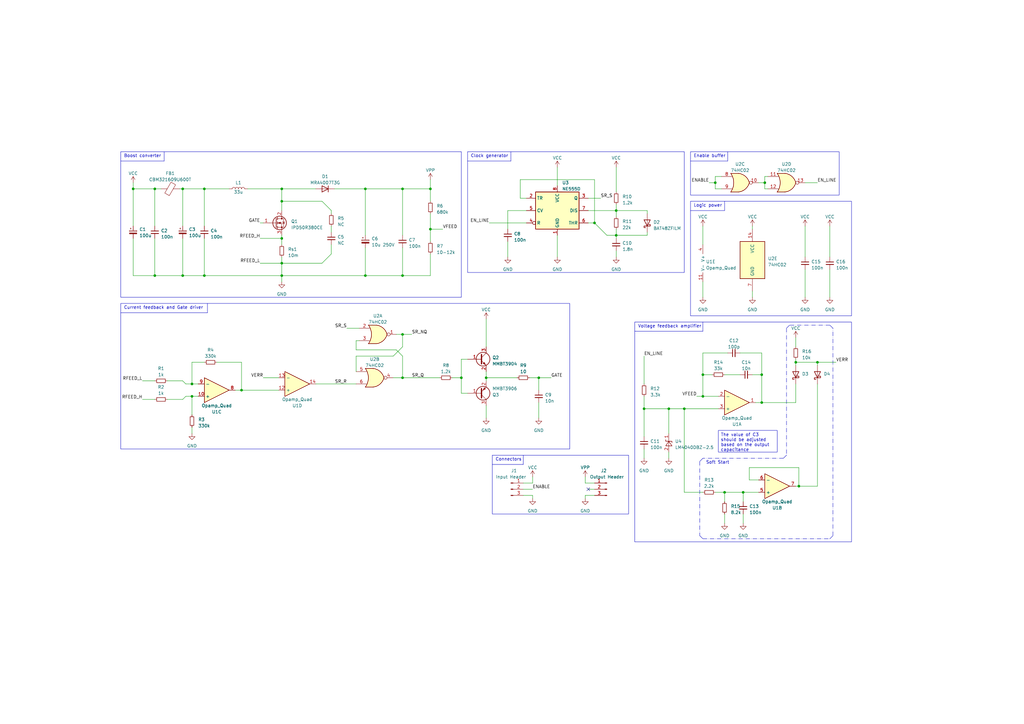
<source format=kicad_sch>
(kicad_sch (version 20230121) (generator eeschema)
  (paper "A3")
  (title_block (title "170V Boost converter and controller") (rev "V1") (company "Alessandro Mauri"))
  (lib_symbols
    (symbol "74xx:74HC02" (pin_names (offset 1.016))
      (property "Reference" "U" (at 0 1.27 0))
      (property "Value" "74HC02" (at 0 -1.27 0))
      (symbol "74HC02_1_1"
        (pin output inverted (at 7.62 0 180) (length 3.81) (name "~") (number "1"))
        (pin input line (at -7.62 2.54 0) (length 4.318) (name "~") (number "2"))
        (pin input line (at -7.62 -2.54 0) (length 4.318) (name "~") (number "3"))
      )
      (symbol "74HC02_1_2"
        (pin output line (at 7.62 0 180) (length 3.81) (name "~") (number "1"))
        (pin input inverted (at -7.62 2.54 0) (length 3.81) (name "~") (number "2"))
        (pin input inverted (at -7.62 -2.54 0) (length 3.81) (name "~") (number "3"))
      )
      (symbol "74HC02_2_1"
        (pin output inverted (at 7.62 0 180) (length 3.81) (name "~") (number "4"))
        (pin input line (at -7.62 2.54 0) (length 4.318) (name "~") (number "5"))
        (pin input line (at -7.62 -2.54 0) (length 4.318) (name "~") (number "6"))
      )
      (symbol "74HC02_2_2"
        (pin output line (at 7.62 0 180) (length 3.81) (name "~") (number "4"))
        (pin input inverted (at -7.62 2.54 0) (length 3.81) (name "~") (number "5"))
        (pin input inverted (at -7.62 -2.54 0) (length 3.81) (name "~") (number "6"))
      )
      (symbol "74HC02_3_1"
        (pin output inverted (at 7.62 0 180) (length 3.81) (name "~") (number "10"))
        (pin input line (at -7.62 2.54 0) (length 4.318) (name "~") (number "8"))
        (pin input line (at -7.62 -2.54 0) (length 4.318) (name "~") (number "9"))
      )
      (symbol "74HC02_3_2"
        (pin output line (at 7.62 0 180) (length 3.81) (name "~") (number "10"))
        (pin input inverted (at -7.62 2.54 0) (length 3.81) (name "~") (number "8"))
        (pin input inverted (at -7.62 -2.54 0) (length 3.81) (name "~") (number "9"))
      )
      (symbol "74HC02_4_1"
        (pin input line (at -7.62 2.54 0) (length 4.318) (name "~") (number "11"))
        (pin input line (at -7.62 -2.54 0) (length 4.318) (name "~") (number "12"))
        (pin output inverted (at 7.62 0 180) (length 3.81) (name "~") (number "13"))
      )
      (symbol "74HC02_4_2"
        (pin input inverted (at -7.62 2.54 0) (length 3.81) (name "~") (number "11"))
        (pin input inverted (at -7.62 -2.54 0) (length 3.81) (name "~") (number "12"))
        (pin output line (at 7.62 0 180) (length 3.81) (name "~") (number "13"))
      )
      (symbol "74HC02_5_0"
        (pin power_in line (at 0 12.7 270) (length 5.08) (name "VCC") (number "14"))
        (pin power_in line (at 0 -12.7 90) (length 5.08) (name "GND") (number "7"))
      )
    )
    (symbol "Connector:Conn_01x03_Pin" (pin_names (offset 1.016) hide)
      (property "Reference" "J" (at 0 5.08 0))
      (property "Value" "Conn_01x03_Pin" (at 0 -5.08 0))
      (symbol "Conn_01x03_Pin_1_1"
        (pin passive line (at 5.08 2.54 180) (length 3.81) (name "Pin_1") (number "1"))
        (pin passive line (at 5.08 0 180) (length 3.81) (name "Pin_2") (number "2"))
        (pin passive line (at 5.08 -2.54 180) (length 3.81) (name "Pin_3") (number "3"))
      )
    )
    (symbol "Device:C_Polarized_Small" (pin_numbers hide) (pin_names (offset 0.254) hide)
      (property "Reference" "C" (at 0.254 1.778 0))
      (property "Value" "C_Polarized_Small" (at 0.254 -2.032 0))
      (symbol "C_Polarized_Small_1_1"
        (pin passive line (at 0 2.54 270) (length 1.8542) (name "~") (number "1"))
        (pin passive line (at 0 -2.54 90) (length 1.8542) (name "~") (number "2"))
      )
    )
    (symbol "Device:C_Small" (pin_numbers hide) (pin_names (offset 0.254) hide)
      (property "Reference" "C" (at 0.254 1.778 0))
      (property "Value" "C_Small" (at 0.254 -2.032 0))
      (symbol "C_Small_1_1"
        (pin passive line (at 0 2.54 270) (length 2.032) (name "~") (number "1"))
        (pin passive line (at 0 -2.54 90) (length 2.032) (name "~") (number "2"))
      )
    )
    (symbol "Device:FerriteBead" (pin_numbers hide) (pin_names (offset 0))
      (property "Reference" "FB" (at -3.81 0.635 90))
      (property "Value" "FerriteBead" (at 3.81 0 90))
      (symbol "FerriteBead_1_1"
        (pin passive line (at 0 3.81 270) (length 2.54) (name "~") (number "1"))
        (pin passive line (at 0 -3.81 90) (length 2.54) (name "~") (number "2"))
      )
    )
    (symbol "Device:L" (pin_numbers hide) (pin_names (offset 1.016) hide)
      (property "Reference" "L" (at -1.27 0 90))
      (property "Value" "L" (at 1.905 0 90))
      (symbol "L_1_1"
        (pin passive line (at 0 3.81 270) (length 1.27) (name "1") (number "1"))
        (pin passive line (at 0 -3.81 90) (length 1.27) (name "2") (number "2"))
      )
    )
    (symbol "Device:Opamp_Quad"
      (property "Reference" "U" (at 0 5.08 0))
      (property "Value" "Opamp_Quad" (at 0 -5.08 0))
      (symbol "Opamp_Quad_1_1"
        (pin output line (at 7.62 0 180) (length 2.54) (name "~") (number "1"))
        (pin input line (at -7.62 -2.54 0) (length 2.54) (name "-") (number "2"))
        (pin input line (at -7.62 2.54 0) (length 2.54) (name "+") (number "3"))
      )
      (symbol "Opamp_Quad_2_1"
        (pin input line (at -7.62 2.54 0) (length 2.54) (name "+") (number "5"))
        (pin input line (at -7.62 -2.54 0) (length 2.54) (name "-") (number "6"))
        (pin output line (at 7.62 0 180) (length 2.54) (name "~") (number "7"))
      )
      (symbol "Opamp_Quad_3_1"
        (pin input line (at -7.62 2.54 0) (length 2.54) (name "+") (number "10"))
        (pin output line (at 7.62 0 180) (length 2.54) (name "~") (number "8"))
        (pin input line (at -7.62 -2.54 0) (length 2.54) (name "-") (number "9"))
      )
      (symbol "Opamp_Quad_4_1"
        (pin input line (at -7.62 2.54 0) (length 2.54) (name "+") (number "12"))
        (pin input line (at -7.62 -2.54 0) (length 2.54) (name "-") (number "13"))
        (pin output line (at 7.62 0 180) (length 2.54) (name "~") (number "14"))
      )
      (symbol "Opamp_Quad_5_1"
        (pin power_in line (at -2.54 -7.62 90) (length 3.81) (name "V-") (number "11"))
        (pin power_in line (at -2.54 7.62 270) (length 3.81) (name "V+") (number "4"))
      )
    )
    (symbol "Device:R_Small" (pin_numbers hide) (pin_names (offset 0.254) hide)
      (property "Reference" "R" (at 0.762 0.508 0))
      (property "Value" "R_Small" (at 0.762 -1.016 0))
      (symbol "R_Small_1_1"
        (pin passive line (at 0 2.54 270) (length 0.762) (name "~") (number "1"))
        (pin passive line (at 0 -2.54 90) (length 0.762) (name "~") (number "2"))
      )
    )
    (symbol "Diode:BAT48ZFILM" (pin_numbers hide) (pin_names (offset 1.016) hide)
      (property "Reference" "D" (at 0 2.54 0))
      (property "Value" "BAT48ZFILM" (at 0 -2.54 0))
      (symbol "BAT48ZFILM_1_1"
        (pin passive line (at -3.81 0 0) (length 2.54) (name "K") (number "1"))
        (pin passive line (at 3.81 0 180) (length 2.54) (name "A") (number "2"))
      )
    )
    (symbol "Diode:MRA4007T3G" (pin_numbers hide) (pin_names hide)
      (property "Reference" "D" (at 0 2.54 0))
      (property "Value" "MRA4007T3G" (at 0 -2.54 0))
      (symbol "MRA4007T3G_1_1"
        (pin passive line (at -3.81 0 0) (length 2.54) (name "K") (number "1"))
        (pin passive line (at 3.81 0 180) (length 2.54) (name "A") (number "2"))
      )
    )
    (symbol "Reference_Voltage:LM4040DBZ-2.5" (pin_names (offset 0.0254) hide)
      (property "Reference" "U" (at 0 2.54 0))
      (property "Value" "LM4040DBZ-2.5" (at 0 -3.175 0))
      (symbol "LM4040DBZ-2.5_1_1"
        (pin passive line (at 3.81 0 180) (length 2.54) (name "K") (number "1"))
        (pin passive line (at -3.81 0 0) (length 2.54) (name "A") (number "2"))
      )
    )
    (symbol "Timer:NE555D"
      (property "Reference" "U" (at -10.16 8.89 0))
      (property "Value" "NE555D" (at 2.54 8.89 0))
      (symbol "NE555D_0_0"
        (pin power_in line (at 0 -10.16 90) (length 2.54) (name "GND") (number "1"))
        (pin power_in line (at 0 10.16 270) (length 2.54) (name "VCC") (number "8"))
      )
      (symbol "NE555D_1_1"
        (pin input line (at -12.7 5.08 0) (length 3.81) (name "TR") (number "2"))
        (pin output line (at 12.7 5.08 180) (length 3.81) (name "Q") (number "3"))
        (pin input inverted (at -12.7 -5.08 0) (length 3.81) (name "R") (number "4"))
        (pin input line (at -12.7 0 0) (length 3.81) (name "CV") (number "5"))
        (pin input line (at 12.7 -5.08 180) (length 3.81) (name "THR") (number "6"))
        (pin input line (at 12.7 0 180) (length 3.81) (name "DIS") (number "7"))
      )
    )
    (symbol "Transistor_BJT:MMBT3904" (pin_names (offset 0) hide)
      (property "Reference" "Q" (at 5.08 1.905 0))
      (property "Value" "MMBT3904" (at 5.08 0 0))
      (symbol "MMBT3904_1_1"
        (pin input line (at -5.08 0 0) (length 5.715) (name "B") (number "1"))
        (pin passive line (at 2.54 -5.08 90) (length 2.54) (name "E") (number "2"))
        (pin passive line (at 2.54 5.08 270) (length 2.54) (name "C") (number "3"))
      )
    )
    (symbol "Transistor_BJT:MMBT3906" (pin_names (offset 0) hide)
      (property "Reference" "Q" (at 5.08 1.905 0))
      (property "Value" "MMBT3906" (at 5.08 0 0))
      (symbol "MMBT3906_1_1"
        (pin input line (at -5.08 0 0) (length 5.715) (name "B") (number "1"))
        (pin passive line (at 2.54 -5.08 90) (length 2.54) (name "E") (number "2"))
        (pin passive line (at 2.54 5.08 270) (length 2.54) (name "C") (number "3"))
      )
    )
    (symbol "Transistor_FET:IPD50R380CE" (pin_names hide)
      (property "Reference" "Q" (at 5.08 1.905 0))
      (property "Value" "IPD50R380CE" (at 5.08 0 0))
      (symbol "IPD50R380CE_1_1"
        (pin input line (at -5.08 0 0) (length 2.54) (name "G") (number "1"))
        (pin passive line (at 2.54 5.08 270) (length 2.54) (name "D") (number "2"))
        (pin passive line (at 2.54 -5.08 90) (length 2.54) (name "S") (number "3"))
      )
    )
    (symbol "power:GND" (power) (pin_names (offset 0))
      (property "Value" "GND" (at 0 -3.81 0))
      (symbol "GND_1_1"
        (pin power_in line (at 0 0 270) (length 0) hide (name "GND") (number "1"))
      )
    )
    (symbol "power:VCC" (power) (pin_names (offset 0))
      (property "Value" "VCC" (at 0 3.81 0))
      (symbol "VCC_1_1"
        (pin power_in line (at 0 0 90) (length 0) hide (name "VCC") (number "1"))
      )
    )
    (symbol "power:VPP" (power) (pin_names (offset 0))
      (property "Value" "VPP" (at 0 3.81 0))
      (symbol "VPP_1_1"
        (pin power_in line (at 0 0 90) (length 0) hide (name "VPP") (number "1"))
      )
    )
  )
  (junction (at 297.18 201.93))
  (junction (at 335.28 148.59))
  (junction (at 78.74 157.48))
  (junction (at 252.73 96.52))
  (junction (at 312.42 153.67))
  (junction (at 63.5 113.03))
  (junction (at 115.57 113.03))
  (junction (at 115.57 77.47))
  (junction (at 115.57 82.55))
  (junction (at 288.29 153.67))
  (junction (at 78.74 162.56))
  (junction (at 165.1 113.03))
  (junction (at 99.06 160.02))
  (junction (at 220.98 154.94))
  (junction (at 83.82 113.03))
  (junction (at 165.1 77.47))
  (junction (at 189.23 154.94))
  (junction (at 83.82 77.47))
  (junction (at 149.86 113.03))
  (junction (at 74.93 77.47))
  (junction (at 149.86 77.47))
  (junction (at 312.42 165.1))
  (junction (at 63.5 77.47))
  (junction (at 313.69 74.93))
  (junction (at 176.53 77.47))
  (junction (at 115.57 107.95))
  (junction (at 165.1 137.16))
  (junction (at 274.32 167.64))
  (junction (at 165.1 154.94))
  (junction (at 326.39 148.59))
  (junction (at 252.73 86.36))
  (junction (at 327.66 199.39))
  (junction (at 293.37 74.93))
  (junction (at 199.39 154.94))
  (junction (at 176.53 93.98))
  (junction (at 54.61 77.47))
  (junction (at 74.93 113.03))
  (junction (at 304.8 201.93))
  (junction (at 264.16 167.64))
  (junction (at 288.29 162.56))
  (junction (at 280.67 167.64))
  (junction (at 115.57 97.79))
  (junction (at 243.84 91.44))
  (no_connect (at 241.3 200.66))
  (wire (pts (xy 165.1 146.05) (xy 165.1 154.94)))
  (wire (pts (xy 68.58 156.21) (xy 74.93 156.21)))
  (wire (pts (xy 293.37 74.93) (xy 293.37 77.47)))
  (wire (pts (xy 54.61 77.47) (xy 54.61 92.71)))
  (wire (pts (xy 241.3 91.44) (xy 243.84 91.44)))
  (wire (pts (xy 274.32 167.64) (xy 274.32 177.8)))
  (polyline (pts (xy 287.02 219.71) (xy 288.29 220.98)) (stroke (width 0) (type dash_dot)))
  (wire (pts (xy 146.05 146.05) (xy 161.29 146.05)))
  (wire (pts (xy 107.95 154.94) (xy 114.3 154.94)))
  (wire (pts (xy 68.58 163.83) (xy 74.93 163.83)))
  (wire (pts (xy 326.39 147.32) (xy 326.39 148.59)))
  (wire (pts (xy 288.29 144.78) (xy 298.45 144.78)))
  (wire (pts (xy 115.57 105.41) (xy 115.57 107.95)))
  (polyline (pts (xy 340.36 220.98) (xy 341.63 219.71)) (stroke (width 0) (type dash_dot)))
  (wire (pts (xy 73.66 77.47) (xy 74.93 77.47)))
  (wire (pts (xy 161.29 154.94) (xy 165.1 154.94)))
  (wire (pts (xy 241.3 200.66) (xy 243.84 200.66)))
  (wire (pts (xy 311.15 74.93) (xy 313.69 74.93)))
  (polyline (pts (xy 323.85 133.35) (xy 322.58 134.62)) (stroke (width 0) (type dash_dot)))
  (wire (pts (xy 165.1 137.16) (xy 165.1 142.24)))
  (wire (pts (xy 88.9 148.59) (xy 99.06 148.59)))
  (polyline (pts (xy 322.58 134.62) (xy 322.58 186.69)) (stroke (width 0) (type dash_dot)))
  (polyline (pts (xy 341.63 219.71) (xy 341.63 134.62)) (stroke (width 0) (type dash_dot)))
  (polyline (pts (xy 49.53 66.04) (xy 67.31 66.04)))
  (polyline (pts (xy 49.53 128.27) (xy 85.09 128.27)))
  (wire (pts (xy 99.06 160.02) (xy 114.3 160.02)))
  (wire (pts (xy 162.56 137.16) (xy 165.1 137.16)))
  (wire (pts (xy 149.86 113.03) (xy 165.1 113.03)))
  (wire (pts (xy 240.03 203.2) (xy 243.84 203.2)))
  (wire (pts (xy 76.2 157.48) (xy 78.74 157.48)))
  (wire (pts (xy 63.5 77.47) (xy 66.04 77.47)))
  (wire (pts (xy 74.93 77.47) (xy 74.93 92.71)))
  (wire (pts (xy 78.74 162.56) (xy 78.74 170.18)))
  (wire (pts (xy 149.86 77.47) (xy 149.86 96.52)))
  (wire (pts (xy 312.42 153.67) (xy 312.42 165.1)))
  (wire (pts (xy 63.5 113.03) (xy 74.93 113.03)))
  (wire (pts (xy 83.82 77.47) (xy 83.82 92.71)))
  (wire (pts (xy 54.61 74.93) (xy 54.61 77.47)))
  (wire (pts (xy 54.61 97.79) (xy 54.61 113.03)))
  (wire (pts (xy 74.93 113.03) (xy 83.82 113.03)))
  (wire (pts (xy 176.53 93.98) (xy 181.61 93.98)))
  (wire (pts (xy 218.44 203.2) (xy 218.44 204.47)))
  (wire (pts (xy 74.93 77.47) (xy 83.82 77.47)))
  (wire (pts (xy 304.8 201.93) (xy 304.8 205.74)))
  (wire (pts (xy 252.73 96.52) (xy 265.43 96.52)))
  (wire (pts (xy 115.57 82.55) (xy 115.57 86.36)))
  (polyline (pts (xy 201.93 190.5) (xy 214.63 190.5)))
  (wire (pts (xy 340.36 110.49) (xy 340.36 121.92)))
  (wire (pts (xy 280.67 167.64) (xy 280.67 201.93)))
  (wire (pts (xy 83.82 113.03) (xy 115.57 113.03)))
  (wire (pts (xy 285.75 162.56) (xy 288.29 162.56)))
  (wire (pts (xy 149.86 101.6) (xy 149.86 113.03)))
  (wire (pts (xy 213.36 73.66) (xy 213.36 81.28)))
  (wire (pts (xy 106.68 91.44) (xy 107.95 91.44)))
  (wire (pts (xy 313.69 72.39) (xy 313.69 74.93)))
  (wire (pts (xy 135.89 104.14) (xy 132.08 107.95)))
  (wire (pts (xy 149.86 77.47) (xy 165.1 77.47)))
  (polyline (pts (xy 322.58 186.69) (xy 321.31 187.96)) (stroke (width 0) (type dash_dot)))
  (wire (pts (xy 264.16 167.64) (xy 264.16 179.07)))
  (wire (pts (xy 297.18 210.82) (xy 297.18 214.63)))
  (wire (pts (xy 176.53 93.98) (xy 176.53 99.06)))
  (wire (pts (xy 115.57 113.03) (xy 115.57 115.57)))
  (wire (pts (xy 74.93 163.83) (xy 76.2 162.56)))
  (polyline (pts (xy 298.45 62.23) (xy 298.45 66.04)))
  (wire (pts (xy 330.2 92.71) (xy 330.2 105.41)))
  (wire (pts (xy 241.3 86.36) (xy 252.73 86.36)))
  (wire (pts (xy 176.53 87.63) (xy 176.53 93.98)))
  (polyline (pts (xy 85.09 124.46) (xy 85.09 128.27)))
  (wire (pts (xy 135.89 86.36) (xy 132.08 82.55)))
  (wire (pts (xy 106.68 97.79) (xy 115.57 97.79)))
  (wire (pts (xy 176.53 77.47) (xy 176.53 82.55)))
  (wire (pts (xy 308.61 92.71) (xy 308.61 93.98)))
  (wire (pts (xy 96.52 160.02) (xy 99.06 160.02)))
  (wire (pts (xy 248.92 96.52) (xy 252.73 96.52)))
  (wire (pts (xy 280.67 167.64) (xy 294.64 167.64)))
  (wire (pts (xy 264.16 146.05) (xy 264.16 157.48)))
  (wire (pts (xy 115.57 77.47) (xy 129.54 77.47)))
  (wire (pts (xy 293.37 72.39) (xy 293.37 74.93)))
  (wire (pts (xy 288.29 115.57) (xy 288.29 121.92)))
  (wire (pts (xy 280.67 201.93) (xy 288.29 201.93)))
  (polyline (pts (xy 214.63 186.69) (xy 214.63 190.5)))
  (wire (pts (xy 135.89 100.33) (xy 135.89 104.14)))
  (wire (pts (xy 252.73 83.82) (xy 252.73 86.36)))
  (polyline (pts (xy 191.77 66.04) (xy 209.55 66.04)))
  (wire (pts (xy 58.42 156.21) (xy 63.5 156.21)))
  (wire (pts (xy 106.68 107.95) (xy 115.57 107.95)))
  (wire (pts (xy 74.93 97.79) (xy 74.93 113.03)))
  (wire (pts (xy 58.42 163.83) (xy 63.5 163.83)))
  (wire (pts (xy 115.57 107.95) (xy 132.08 107.95)))
  (wire (pts (xy 252.73 86.36) (xy 252.73 88.9)))
  (wire (pts (xy 199.39 152.4) (xy 199.39 154.94)))
  (polyline (pts (xy 67.31 62.23) (xy 67.31 66.04)))
  (wire (pts (xy 293.37 201.93) (xy 297.18 201.93)))
  (wire (pts (xy 189.23 147.32) (xy 191.77 147.32)))
  (wire (pts (xy 314.96 72.39) (xy 313.69 72.39)))
  (wire (pts (xy 312.42 144.78) (xy 312.42 153.67)))
  (wire (pts (xy 252.73 68.58) (xy 252.73 78.74)))
  (wire (pts (xy 243.84 91.44) (xy 248.92 96.52)))
  (polyline (pts (xy 341.63 134.62) (xy 340.36 133.35)) (stroke (width 0) (type dash_dot)))
  (wire (pts (xy 54.61 113.03) (xy 63.5 113.03)))
  (wire (pts (xy 228.6 68.58) (xy 228.6 76.2)))
  (wire (pts (xy 313.69 77.47) (xy 314.96 77.47)))
  (wire (pts (xy 265.43 86.36) (xy 265.43 87.63)))
  (wire (pts (xy 176.53 104.14) (xy 176.53 113.03)))
  (wire (pts (xy 326.39 138.43) (xy 326.39 142.24)))
  (wire (pts (xy 78.74 157.48) (xy 81.28 157.48)))
  (wire (pts (xy 218.44 195.58) (xy 218.44 198.12)))
  (wire (pts (xy 326.39 148.59) (xy 326.39 149.86)))
  (wire (pts (xy 78.74 175.26) (xy 78.74 177.8)))
  (wire (pts (xy 165.1 77.47) (xy 176.53 77.47)))
  (wire (pts (xy 307.34 191.77) (xy 307.34 196.85)))
  (wire (pts (xy 264.16 162.56) (xy 264.16 167.64)))
  (wire (pts (xy 54.61 77.47) (xy 63.5 77.47)))
  (wire (pts (xy 308.61 119.38) (xy 308.61 121.92)))
  (wire (pts (xy 288.29 153.67) (xy 292.1 153.67)))
  (wire (pts (xy 297.18 201.93) (xy 297.18 205.74)))
  (wire (pts (xy 330.2 74.93) (xy 335.28 74.93)))
  (wire (pts (xy 208.28 86.36) (xy 215.9 86.36)))
  (wire (pts (xy 199.39 154.94) (xy 212.09 154.94)))
  (wire (pts (xy 83.82 97.79) (xy 83.82 113.03)))
  (wire (pts (xy 185.42 154.94) (xy 189.23 154.94)))
  (wire (pts (xy 304.8 210.82) (xy 304.8 214.63)))
  (wire (pts (xy 165.1 77.47) (xy 165.1 96.52)))
  (wire (pts (xy 312.42 165.1) (xy 326.39 165.1)))
  (wire (pts (xy 240.03 203.2) (xy 240.03 204.47)))
  (wire (pts (xy 200.66 91.44) (xy 215.9 91.44)))
  (wire (pts (xy 326.39 148.59) (xy 335.28 148.59)))
  (wire (pts (xy 240.03 195.58) (xy 240.03 198.12)))
  (wire (pts (xy 252.73 102.87) (xy 252.73 105.41)))
  (wire (pts (xy 297.18 201.93) (xy 304.8 201.93)))
  (wire (pts (xy 115.57 96.52) (xy 115.57 97.79)))
  (wire (pts (xy 303.53 144.78) (xy 312.42 144.78)))
  (wire (pts (xy 228.6 96.52) (xy 228.6 105.41)))
  (wire (pts (xy 335.28 157.48) (xy 335.28 199.39)))
  (wire (pts (xy 101.6 77.47) (xy 115.57 77.47)))
  (wire (pts (xy 307.34 196.85) (xy 311.15 196.85)))
  (wire (pts (xy 199.39 130.81) (xy 199.39 142.24)))
  (wire (pts (xy 63.5 77.47) (xy 63.5 92.71)))
  (wire (pts (xy 146.05 146.05) (xy 146.05 152.4)))
  (wire (pts (xy 208.28 99.06) (xy 208.28 105.41)))
  (wire (pts (xy 308.61 153.67) (xy 312.42 153.67)))
  (wire (pts (xy 264.16 184.15) (xy 264.16 187.96)))
  (wire (pts (xy 135.89 86.36) (xy 135.89 87.63)))
  (polyline (pts (xy 287.02 189.23) (xy 287.02 219.71)) (stroke (width 0) (type dash_dot)))
  (wire (pts (xy 288.29 162.56) (xy 294.64 162.56)))
  (wire (pts (xy 165.1 113.03) (xy 176.53 113.03)))
  (wire (pts (xy 165.1 142.24) (xy 161.29 146.05)))
  (polyline (pts (xy 283.21 86.36) (xy 297.18 86.36)))
  (wire (pts (xy 327.66 191.77) (xy 327.66 199.39)))
  (wire (pts (xy 288.29 92.71) (xy 288.29 100.33)))
  (wire (pts (xy 115.57 97.79) (xy 115.57 100.33)))
  (wire (pts (xy 288.29 144.78) (xy 288.29 153.67)))
  (wire (pts (xy 115.57 113.03) (xy 149.86 113.03)))
  (wire (pts (xy 243.84 73.66) (xy 243.84 91.44)))
  (wire (pts (xy 252.73 86.36) (xy 265.43 86.36)))
  (wire (pts (xy 214.63 200.66) (xy 218.44 200.66)))
  (wire (pts (xy 146.05 139.7) (xy 146.05 143.51)))
  (polyline (pts (xy 288.29 187.96) (xy 287.02 189.23)) (stroke (width 0) (type dash_dot)))
  (wire (pts (xy 78.74 148.59) (xy 83.82 148.59)))
  (wire (pts (xy 274.32 185.42) (xy 274.32 187.96)))
  (wire (pts (xy 252.73 96.52) (xy 252.73 97.79)))
  (wire (pts (xy 199.39 154.94) (xy 199.39 156.21)))
  (wire (pts (xy 335.28 148.59) (xy 342.9 148.59)))
  (wire (pts (xy 214.63 198.12) (xy 218.44 198.12)))
  (wire (pts (xy 189.23 161.29) (xy 191.77 161.29)))
  (wire (pts (xy 165.1 137.16) (xy 168.91 137.16)))
  (wire (pts (xy 115.57 82.55) (xy 132.08 82.55)))
  (wire (pts (xy 199.39 166.37) (xy 199.39 171.45)))
  (wire (pts (xy 76.2 162.56) (xy 78.74 162.56)))
  (wire (pts (xy 220.98 165.1) (xy 220.98 171.45)))
  (wire (pts (xy 115.57 77.47) (xy 115.57 82.55)))
  (wire (pts (xy 142.24 134.62) (xy 147.32 134.62)))
  (wire (pts (xy 290.83 74.93) (xy 293.37 74.93)))
  (polyline (pts (xy 260.35 135.89) (xy 288.29 135.89)))
  (wire (pts (xy 208.28 86.36) (xy 208.28 93.98)))
  (wire (pts (xy 335.28 148.59) (xy 335.28 149.86)))
  (polyline (pts (xy 288.29 220.98) (xy 340.36 220.98)) (stroke (width 0) (type dash_dot)))
  (wire (pts (xy 264.16 167.64) (xy 274.32 167.64)))
  (wire (pts (xy 218.44 203.2) (xy 214.63 203.2)))
  (wire (pts (xy 137.16 77.47) (xy 149.86 77.47)))
  (wire (pts (xy 78.74 162.56) (xy 81.28 162.56)))
  (polyline (pts (xy 297.18 82.55) (xy 297.18 86.36)))
  (wire (pts (xy 217.17 154.94) (xy 220.98 154.94)))
  (polyline (pts (xy 321.31 187.96) (xy 288.29 187.96)) (stroke (width 0) (type dash_dot)))
  (wire (pts (xy 297.18 153.67) (xy 303.53 153.67)))
  (wire (pts (xy 293.37 77.47) (xy 295.91 77.47)))
  (wire (pts (xy 135.89 92.71) (xy 135.89 95.25)))
  (wire (pts (xy 189.23 147.32) (xy 189.23 154.94)))
  (wire (pts (xy 189.23 154.94) (xy 189.23 161.29)))
  (wire (pts (xy 252.73 93.98) (xy 252.73 96.52)))
  (polyline (pts (xy 340.36 133.35) (xy 323.85 133.35)) (stroke (width 0) (type dash_dot)))
  (wire (pts (xy 220.98 154.94) (xy 226.06 154.94)))
  (wire (pts (xy 327.66 199.39) (xy 335.28 199.39)))
  (wire (pts (xy 274.32 167.64) (xy 280.67 167.64)))
  (wire (pts (xy 307.34 191.77) (xy 327.66 191.77)))
  (polyline (pts (xy 209.55 62.23) (xy 209.55 66.04)))
  (wire (pts (xy 176.53 73.66) (xy 176.53 77.47)))
  (wire (pts (xy 220.98 154.94) (xy 220.98 160.02)))
  (polyline (pts (xy 288.29 132.08) (xy 288.29 135.89)))
  (wire (pts (xy 304.8 201.93) (xy 311.15 201.93)))
  (wire (pts (xy 74.93 156.21) (xy 76.2 157.48)))
  (wire (pts (xy 213.36 73.66) (xy 243.84 73.66)))
  (wire (pts (xy 146.05 139.7) (xy 147.32 139.7)))
  (wire (pts (xy 78.74 148.59) (xy 78.74 157.48)))
  (wire (pts (xy 326.39 157.48) (xy 326.39 165.1)))
  (polyline (pts (xy 283.21 66.04) (xy 298.45 66.04)))
  (wire (pts (xy 146.05 143.51) (xy 162.56 143.51)))
  (wire (pts (xy 326.39 199.39) (xy 327.66 199.39)))
  (wire (pts (xy 115.57 107.95) (xy 115.57 113.03)))
  (wire (pts (xy 241.3 81.28) (xy 246.38 81.28)))
  (wire (pts (xy 288.29 153.67) (xy 288.29 162.56)))
  (wire (pts (xy 99.06 148.59) (xy 99.06 160.02)))
  (wire (pts (xy 165.1 154.94) (xy 180.34 154.94)))
  (wire (pts (xy 129.54 157.48) (xy 146.05 157.48)))
  (wire (pts (xy 309.88 165.1) (xy 312.42 165.1)))
  (wire (pts (xy 340.36 92.71) (xy 340.36 105.41)))
  (wire (pts (xy 295.91 72.39) (xy 293.37 72.39)))
  (wire (pts (xy 265.43 95.25) (xy 265.43 96.52)))
  (wire (pts (xy 313.69 74.93) (xy 313.69 77.47)))
  (wire (pts (xy 165.1 101.6) (xy 165.1 113.03)))
  (wire (pts (xy 240.03 198.12) (xy 243.84 198.12)))
  (wire (pts (xy 213.36 81.28) (xy 215.9 81.28)))
  (wire (pts (xy 162.56 143.51) (xy 165.1 146.05)))
  (wire (pts (xy 63.5 97.79) (xy 63.5 113.03)))
  (wire (pts (xy 330.2 110.49) (xy 330.2 121.92)))
  (wire (pts (xy 83.82 77.47) (xy 93.98 77.47)))
  (rectangle (start 201.93 186.69) (end 257.81 210.82))
  (rectangle (start 283.21 82.55) (end 349.25 129.54))
  (rectangle (start 283.21 62.23) (end 344.17 80.01))
  (rectangle (start 260.35 132.08) (end 349.25 222.25))
  (rectangle (start 191.77 62.23) (end 280.67 111.76))
  (rectangle (start 49.53 124.46) (end 233.68 184.15))
  (rectangle (start 49.53 62.23) (end 189.23 121.92))
  (text_box "The value of C3 should be adjusted based on the output capacitance\n" (at 294.64 176.53 0) (size 24.13 8.89) (effects (font (size 1.27 1.27)) (justify left top)))
  (text "Voltage feedback amplifier" (at 261.62 134.62 0) (effects (font (size 1.27 1.27)) (justify left bottom)))
  (text "Logic power\n" (at 284.48 85.09 0) (effects (font (size 1.27 1.27)) (justify left bottom)))
  (text "Connectors\n" (at 203.2 189.23 0) (effects (font (size 1.27 1.27)) (justify left bottom)))
  (text "Boost converter" (at 50.8 64.77 0) (effects (font (size 1.27 1.27)) (justify left bottom)))
  (text "Current feedback and Gate driver\n" (at 50.8 127 0) (effects (font (size 1.27 1.27)) (justify left bottom)))
  (text "Clock generator" (at 193.04 64.77 0) (effects (font (size 1.27 1.27)) (justify left bottom)))
  (text "Soft Start" (at 289.56 190.5 0) (effects (font (size 1.27 1.27)) (justify left bottom)))
  (text "Enable buffer" (at 284.48 64.77 0) (effects (font (size 1.27 1.27)) (justify left bottom)))
  (label "VERR" (at 107.95 154.94 180))
  (label "SR_S" (at 246.38 81.28 0))
  (label "RFEED_H" (at 106.68 97.79 180))
  (label "RFEED_L" (at 58.42 156.21 180))
  (label "VFEED" (at 285.75 162.56 180))
  (label "ENABLE" (at 290.83 74.93 180))
  (label "SR_R" (at 142.24 157.48 180))
  (label "ENABLE" (at 218.44 200.66 0))
  (label "VERR" (at 342.9 148.59 0))
  (label "RFEED_H" (at 58.42 163.83 180))
  (label "EN_LINE" (at 264.16 146.05 0))
  (label "EN_LINE" (at 335.28 74.93 0))
  (label "GATE" (at 106.68 91.44 180))
  (label "SR_NQ" (at 168.91 137.16 0))
  (label "RFEED_L" (at 106.68 107.95 180))
  (label "SR_Q" (at 168.91 154.94 0))
  (label "SR_S" (at 142.24 134.62 180))
  (label "GATE" (at 226.06 154.94 0))
  (label "EN_LINE" (at 200.66 91.44 180))
  (label "VFEED" (at 181.61 93.98 0))
  (symbol (lib_id "power:GND") (at 340.36 121.92 0) (unit 1)
    (property "Reference" "#PWR029" (effects hide))
    (property "Value" "GND" (at 340.36 127 0))
  )
  (symbol (lib_id "Device:C_Small") (at 83.82 95.25 0) (unit 1)
    (property "Reference" "C4" (at 86.36 94.6213 0) (effects (justify left)))
    (property "Value" "100n" (at 86.36 97.1613 0) (effects (justify left)))
    (property "Footprint" "Capacitor_SMD:C_0805_2012Metric_Pad1.18x1.45mm_HandSolder" (effects hide))
  )
  (symbol (lib_id "Device:C_Polarized_Small") (at 54.61 95.25 0) (unit 1)
    (property "Reference" "C1" (at 57.15 94.0689 0) (effects (justify left)))
    (property "Value" "100u" (at 57.15 96.6089 0) (effects (justify left)))
    (property "Footprint" "Capacitor_SMD:CP_Elec_6.3x7.7" (effects hide))
  )
  (symbol (lib_id "power:VCC") (at 218.44 195.58 0) (unit 1)
    (property "Reference" "#PWR08" (effects hide))
    (property "Value" "VCC" (at 218.44 191.77 0))
  )
  (symbol (lib_id "power:GND") (at 304.8 214.63 0) (unit 1)
    (property "Reference" "#PWR022" (effects hide))
    (property "Value" "GND" (at 304.8 219.71 0))
  )
  (symbol (lib_id "power:GND") (at 240.03 204.47 0) (unit 1)
    (property "Reference" "#PWR014" (effects hide))
    (property "Value" "GND" (at 240.03 209.55 0))
  )
  (symbol (lib_id "74xx:74HC02") (at 303.53 74.93 0) (unit 3)
    (property "Reference" "U2" (at 303.53 67.31 0))
    (property "Value" "74HC02" (at 303.53 69.85 0))
    (property "Footprint" "Package_SO:SOIC-14_3.9x8.7mm_P1.27mm" (effects hide))
    (property "Datasheet" "http://www.ti.com/lit/gpn/sn74hc02" (effects hide))
  )
  (symbol (lib_id "Device:Opamp_Quad") (at 302.26 165.1 0) (mirror x) (unit 1)
    (property "Reference" "U1" (at 302.26 173.99 0))
    (property "Value" "Opamp_Quad" (at 302.26 171.45 0))
    (property "Footprint" "Package_SO:SOIC-14_3.9x8.7mm_P1.27mm" (effects hide))
  )
  (symbol (lib_id "Device:R_Small") (at 66.04 156.21 90) (mirror x) (unit 1)
    (property "Reference" "R1" (at 66.04 151.13 90))
    (property "Value" "1k" (at 66.04 153.67 90))
    (property "Footprint" "Resistor_SMD:R_0805_2012Metric_Pad1.20x1.40mm_HandSolder" (effects hide))
  )
  (symbol (lib_id "Device:L") (at 97.79 77.47 90) (unit 1)
    (property "Reference" "L1" (at 97.79 74.93 90))
    (property "Value" "33u" (at 97.79 78.74 90))
    (property "Footprint" "Inductor_SMD:L_12x12mm_H6mm" (effects hide))
  )
  (symbol (lib_id "Device:R_Small") (at 264.16 160.02 0) (unit 1)
    (property "Reference" "R12" (at 266.7 159.385 0) (effects (justify left)))
    (property "Value" "3.3k" (at 266.7 161.925 0) (effects (justify left)))
    (property "Footprint" "Resistor_SMD:R_0805_2012Metric_Pad1.20x1.40mm_HandSolder" (effects hide))
  )
  (symbol (lib_id "Device:R_Small") (at 176.53 85.09 0) (unit 1)
    (property "Reference" "R6" (at 179.07 84.455 0) (effects (justify left)))
    (property "Value" "680k" (at 179.07 86.995 0) (effects (justify left)))
    (property "Footprint" "Resistor_SMD:R_0805_2012Metric_Pad1.20x1.40mm_HandSolder" (effects hide))
  )
  (symbol (lib_id "Transistor_FET:IPD50R380CE") (at 113.03 91.44 0) (unit 1)
    (property "Reference" "Q1" (at 119.38 90.805 0) (effects (justify left)))
    (property "Value" "IPD50R380CE" (at 119.38 93.345 0) (effects (justify left)))
    (property "Footprint" "Package_TO_SOT_SMD:TO-252-2" (effects hide))
    (property "Datasheet" "https://www.infineon.com/dgdl/Infineon-IPD50R380CE-DS-v02_01-en.pdf?fileId=db3a30433ecb86d4013ed0a2ef580f38" (effects hide))
  )
  (symbol (lib_id "Transistor_BJT:MMBT3906") (at 196.85 161.29 0) (mirror x) (unit 1)
    (property "Reference" "Q3" (at 201.93 161.925 0) (effects (justify left)))
    (property "Value" "MMBT3906" (at 201.93 159.385 0) (effects (justify left)))
    (property "Footprint" "Package_TO_SOT_SMD:SOT-23" (effects hide))
    (property "Datasheet" "https://www.onsemi.com/pub/Collateral/2N3906-D.PDF" (effects hide))
  )
  (symbol (lib_id "Device:FerriteBead") (at 69.85 77.47 90) (unit 1)
    (property "Reference" "FB1" (at 69.7992 71.12 90))
    (property "Value" "CBM321609U600T" (at 69.7992 73.66 90))
    (property "Footprint" "Resistor_SMD:R_1206_3216Metric_Pad1.30x1.75mm_HandSolder" (effects hide))
  )
  (symbol (lib_id "Diode:BAT48ZFILM") (at 265.43 91.44 90) (unit 1)
    (property "Reference" "D2" (at 267.97 91.1225 90) (effects (justify right)))
    (property "Value" "BAT48ZFILM" (at 267.97 93.6625 90) (effects (justify right)))
    (property "Footprint" "Diode_SMD:D_SOD-123" (effects hide))
    (property "Datasheet" "www.st.com/resource/en/datasheet/bat48.pdf" (effects hide))
  )
  (symbol (lib_id "Device:R_Small") (at 115.57 102.87 0) (unit 1)
    (property "Reference" "Rs1" (at 118.11 102.235 0) (effects (justify left)))
    (property "Value" "10m" (at 118.11 104.775 0) (effects (justify left)))
    (property "Footprint" "Resistor_SMD:R_0805_2012Metric_Pad1.20x1.40mm_HandSolder" (effects hide))
  )
  (symbol (lib_id "Connector:Conn_01x03_Pin") (at 209.55 200.66 0) (unit 1)
    (property "Reference" "J1" (at 210.82 193.04 0))
    (property "Value" "Input Header" (at 209.55 195.58 0))
    (property "Footprint" "Connector_PinHeader_2.54mm:PinHeader_1x03_P2.54mm_Vertical" (effects hide))
  )
  (symbol (lib_id "Device:C_Small") (at 135.89 97.79 0) (unit 1)
    (property "Reference" "C5" (at 138.43 97.1613 0) (effects (justify left)))
    (property "Value" "NC" (at 138.43 99.7013 0) (effects (justify left)))
    (property "Footprint" "Capacitor_SMD:C_0805_2012Metric_Pad1.18x1.45mm_HandSolder" (effects hide))
  )
  (symbol (lib_id "power:GND") (at 264.16 187.96 0) (unit 1)
    (property "Reference" "#PWR017" (effects hide))
    (property "Value" "GND" (at 264.16 193.04 0))
  )
  (symbol (lib_id "power:VCC") (at 308.61 92.71 0) (unit 1)
    (property "Reference" "#PWR023" (effects hide))
    (property "Value" "VCC" (at 308.61 88.9 0))
  )
  (symbol (lib_id "Device:C_Small") (at 63.5 95.25 0) (unit 1)
    (property "Reference" "C2" (at 66.04 94.6213 0) (effects (justify left)))
    (property "Value" "100n" (at 66.04 97.1613 0) (effects (justify left)))
    (property "Footprint" "Capacitor_SMD:C_0805_2012Metric_Pad1.18x1.45mm_HandSolder" (effects hide))
  )
  (symbol (lib_id "power:VCC") (at 199.39 130.81 0) (unit 1)
    (property "Reference" "#PWR05" (effects hide))
    (property "Value" "VCC" (at 199.39 127 0))
  )
  (symbol (lib_id "power:GND") (at 218.44 204.47 0) (mirror y) (unit 1)
    (property "Reference" "#PWR09" (effects hide))
    (property "Value" "GND" (at 218.44 209.55 0))
  )
  (symbol (lib_id "power:VPP") (at 240.03 195.58 0) (unit 1)
    (property "Reference" "#PWR013" (effects hide))
    (property "Value" "VPP" (at 240.03 191.77 0))
  )
  (symbol (lib_id "power:GND") (at 115.57 115.57 0) (unit 1)
    (property "Reference" "#PWR03" (effects hide))
    (property "Value" "GND" (at 115.57 120.65 0))
  )
  (symbol (lib_id "Device:R_Small") (at 297.18 208.28 180) (unit 1)
    (property "Reference" "R15" (at 299.72 207.645 0) (effects (justify right)))
    (property "Value" "8.2k" (at 299.72 210.185 0) (effects (justify right)))
    (property "Footprint" "Resistor_SMD:R_0805_2012Metric_Pad1.20x1.40mm_HandSolder" (effects hide))
  )
  (symbol (lib_id "Device:R_Small") (at 182.88 154.94 90) (unit 1)
    (property "Reference" "R8" (at 182.88 149.86 90))
    (property "Value" "1.2k" (at 182.88 152.4 90))
    (property "Footprint" "Resistor_SMD:R_0805_2012Metric_Pad1.20x1.40mm_HandSolder" (effects hide))
  )
  (symbol (lib_id "Device:C_Polarized_Small") (at 149.86 99.06 0) (unit 1)
    (property "Reference" "C6" (at 152.4 97.8789 0) (effects (justify left)))
    (property "Value" "10u 250V" (at 152.4 100.4189 0) (effects (justify left)))
    (property "Footprint" "Capacitor_THT:CP_Radial_D8.0mm_P3.50mm" (effects hide))
  )
  (symbol (lib_id "Timer:NE555D") (at 228.6 86.36 0) (unit 1)
    (property "Reference" "U3" (at 230.5559 74.93 0) (effects (justify left)))
    (property "Value" "NE555D" (at 230.5559 77.47 0) (effects (justify left)))
    (property "Footprint" "Package_SO:SOIC-8_3.9x4.9mm_P1.27mm" (effects hide))
    (property "Datasheet" "http://www.ti.com/lit/ds/symlink/ne555.pdf" (effects hide))
  )
  (symbol (lib_id "Device:C_Small") (at 330.2 107.95 0) (unit 1)
    (property "Reference" "C15" (at 332.74 107.3213 0) (effects (justify left)))
    (property "Value" "100n" (at 332.74 109.8613 0) (effects (justify left)))
    (property "Footprint" "Capacitor_SMD:C_0805_2012Metric_Pad1.18x1.45mm_HandSolder" (effects hide))
  )
  (symbol (lib_id "power:GND") (at 297.18 214.63 0) (unit 1)
    (property "Reference" "#PWR021" (effects hide))
    (property "Value" "GND" (at 297.18 219.71 0))
  )
  (symbol (lib_id "Device:R_Small") (at 66.04 163.83 90) (unit 1)
    (property "Reference" "R2" (at 66.04 158.75 90))
    (property "Value" "1k" (at 66.04 161.29 90))
    (property "Footprint" "Resistor_SMD:R_0805_2012Metric_Pad1.20x1.40mm_HandSolder" (effects hide))
  )
  (symbol (lib_id "Device:R_Small") (at 252.73 81.28 0) (unit 1)
    (property "Reference" "R10" (at 255.27 80.645 0) (effects (justify left)))
    (property "Value" "1.2k" (at 255.27 83.185 0) (effects (justify left)))
    (property "Footprint" "Resistor_SMD:R_0805_2012Metric_Pad1.20x1.40mm_HandSolder" (effects hide))
  )
  (symbol (lib_id "Device:R_Small") (at 326.39 144.78 0) (unit 1)
    (property "Reference" "R16" (at 328.93 144.145 0) (effects (justify left)))
    (property "Value" "10k" (at 328.93 146.685 0) (effects (justify left)))
    (property "Footprint" "Resistor_SMD:R_0805_2012Metric_Pad1.20x1.40mm_HandSolder" (effects hide))
  )
  (symbol (lib_id "Device:C_Small") (at 304.8 208.28 0) (unit 1)
    (property "Reference" "C13" (at 307.34 207.6513 0) (effects (justify left)))
    (property "Value" "100n" (at 307.34 210.1913 0) (effects (justify left)))
    (property "Footprint" "Capacitor_SMD:C_0805_2012Metric_Pad1.18x1.45mm_HandSolder" (effects hide))
  )
  (symbol (lib_id "power:VPP") (at 176.53 73.66 0) (unit 1)
    (property "Reference" "#PWR04" (effects hide))
    (property "Value" "VPP" (at 176.53 69.85 0))
  )
  (symbol (lib_id "Diode:BAT48ZFILM") (at 326.39 153.67 90) (unit 1)
    (property "Reference" "D3" (at 328.93 153.3525 90) (effects (justify right)))
    (property "Value" "BAT48ZFILM" (effects hide))
    (property "Footprint" "Diode_SMD:D_SOD-123" (effects hide))
    (property "Datasheet" "www.st.com/resource/en/datasheet/bat48.pdf" (effects hide))
  )
  (symbol (lib_id "power:GND") (at 220.98 171.45 0) (unit 1)
    (property "Reference" "#PWR010" (effects hide))
    (property "Value" "GND" (at 220.98 176.53 0))
  )
  (symbol (lib_id "74xx:74HC02") (at 153.67 154.94 0) (unit 2)
    (property "Reference" "U2" (at 153.67 147.32 0))
    (property "Value" "74HC02" (at 153.67 149.86 0))
    (property "Footprint" "Package_SO:SOIC-14_3.9x8.7mm_P1.27mm" (effects hide))
    (property "Datasheet" "http://www.ti.com/lit/gpn/sn74hc02" (effects hide))
  )
  (symbol (lib_id "Device:C_Small") (at 220.98 162.56 0) (unit 1)
    (property "Reference" "C9" (at 223.52 161.9313 0) (effects (justify left)))
    (property "Value" "10n" (at 223.52 164.4713 0) (effects (justify left)))
    (property "Footprint" "Capacitor_SMD:C_0805_2012Metric_Pad1.18x1.45mm_HandSolder" (effects hide))
  )
  (symbol (lib_id "power:GND") (at 288.29 121.92 0) (unit 1)
    (property "Reference" "#PWR020" (effects hide))
    (property "Value" "GND" (at 288.29 127 0))
  )
  (symbol (lib_id "Device:C_Polarized_Small") (at 74.93 95.25 0) (unit 1)
    (property "Reference" "C3" (at 77.47 94.0689 0) (effects (justify left)))
    (property "Value" "100u" (at 77.47 96.6089 0) (effects (justify left)))
    (property "Footprint" "Capacitor_SMD:CP_Elec_6.3x7.7" (effects hide))
  )
  (symbol (lib_id "power:GND") (at 199.39 171.45 0) (unit 1)
    (property "Reference" "#PWR06" (effects hide))
    (property "Value" "GND" (at 199.39 176.53 0))
  )
  (symbol (lib_id "Diode:BAT48ZFILM") (at 335.28 153.67 90) (unit 1)
    (property "Reference" "D4" (at 337.82 153.3525 90) (effects (justify right)))
    (property "Value" "BAT48ZFILM" (effects hide))
    (property "Footprint" "Diode_SMD:D_SOD-123" (effects hide))
    (property "Datasheet" "www.st.com/resource/en/datasheet/bat48.pdf" (effects hide))
  )
  (symbol (lib_id "Device:C_Small") (at 264.16 181.61 0) (unit 1)
    (property "Reference" "C11" (at 266.7 180.9813 0) (effects (justify left)))
    (property "Value" "100n" (at 266.7 183.5213 0) (effects (justify left)))
    (property "Footprint" "Capacitor_SMD:C_0805_2012Metric_Pad1.18x1.45mm_HandSolder" (effects hide))
  )
  (symbol (lib_id "Device:C_Small") (at 252.73 100.33 0) (unit 1)
    (property "Reference" "C10" (at 255.27 99.7013 0) (effects (justify left)))
    (property "Value" "1.8n" (at 255.27 102.2413 0) (effects (justify left)))
    (property "Footprint" "Capacitor_SMD:C_0805_2012Metric_Pad1.18x1.45mm_HandSolder" (effects hide))
  )
  (symbol (lib_id "Device:R_Small") (at 290.83 201.93 90) (unit 1)
    (property "Reference" "R13" (at 290.83 196.85 90))
    (property "Value" "2.2k" (at 290.83 199.39 90))
    (property "Footprint" "Resistor_SMD:R_0805_2012Metric_Pad1.20x1.40mm_HandSolder" (effects hide))
  )
  (symbol (lib_id "power:VCC") (at 330.2 92.71 0) (unit 1)
    (property "Reference" "#PWR026" (effects hide))
    (property "Value" "VCC" (at 330.2 88.9 0))
  )
  (symbol (lib_id "power:GND") (at 228.6 105.41 0) (unit 1)
    (property "Reference" "#PWR012" (effects hide))
    (property "Value" "GND" (at 228.6 110.49 0))
  )
  (symbol (lib_id "power:GND") (at 208.28 105.41 0) (unit 1)
    (property "Reference" "#PWR07" (effects hide))
    (property "Value" "GND" (at 208.28 110.49 0))
  )
  (symbol (lib_id "power:VCC") (at 252.73 68.58 0) (unit 1)
    (property "Reference" "#PWR015" (effects hide))
    (property "Value" "VCC" (at 252.73 64.77 0))
  )
  (symbol (lib_id "Device:C_Small") (at 165.1 99.06 0) (unit 1)
    (property "Reference" "C7" (at 167.64 98.4313 0) (effects (justify left)))
    (property "Value" "100n" (at 167.64 100.9713 0) (effects (justify left)))
    (property "Footprint" "Capacitor_SMD:C_1206_3216Metric_Pad1.33x1.80mm_HandSolder" (effects hide))
  )
  (symbol (lib_id "74xx:74HC02") (at 308.61 106.68 0) (unit 5)
    (property "Reference" "U2" (at 314.96 106.045 0) (effects (justify left)))
    (property "Value" "74HC02" (at 314.96 108.585 0) (effects (justify left)))
    (property "Footprint" "Package_SO:SOIC-14_3.9x8.7mm_P1.27mm" (effects hide))
    (property "Datasheet" "http://www.ti.com/lit/gpn/sn74hc02" (effects hide))
  )
  (symbol (lib_id "Device:Opamp_Quad") (at 88.9 160.02 0) (mirror x) (unit 3)
    (property "Reference" "U1" (at 88.9 168.91 0))
    (property "Value" "Opamp_Quad" (at 88.9 166.37 0))
    (property "Footprint" "Package_SO:SOIC-14_3.9x8.7mm_P1.27mm" (effects hide))
  )
  (symbol (lib_id "Device:R_Small") (at 78.74 172.72 180) (unit 1)
    (property "Reference" "R3" (at 81.28 172.085 0) (effects (justify right)))
    (property "Value" "330k" (at 81.28 174.625 0) (effects (justify right)))
    (property "Footprint" "Resistor_SMD:R_0805_2012Metric_Pad1.20x1.40mm_HandSolder" (effects hide))
  )
  (symbol (lib_id "Connector:Conn_01x03_Pin") (at 248.92 200.66 0) (mirror y) (unit 1)
    (property "Reference" "J2" (at 247.65 193.04 0))
    (property "Value" "Output Header" (at 248.92 195.58 0))
    (property "Footprint" "Connector_PinHeader_2.54mm:PinHeader_1x03_P2.54mm_Vertical" (effects hide))
  )
  (symbol (lib_id "Device:R_Small") (at 252.73 91.44 0) (unit 1)
    (property "Reference" "R11" (at 255.27 90.805 0) (effects (justify left)))
    (property "Value" "22k" (at 255.27 93.345 0) (effects (justify left)))
    (property "Footprint" "Resistor_SMD:R_0805_2012Metric_Pad1.20x1.40mm_HandSolder" (effects hide))
  )
  (symbol (lib_id "Device:R_Small") (at 294.64 153.67 90) (unit 1)
    (property "Reference" "R14" (at 294.64 148.59 90))
    (property "Value" "33k" (at 294.64 151.13 90))
    (property "Footprint" "Resistor_SMD:R_0805_2012Metric_Pad1.20x1.40mm_HandSolder" (effects hide))
  )
  (symbol (lib_id "Transistor_BJT:MMBT3904") (at 196.85 147.32 0) (unit 1)
    (property "Reference" "Q2" (at 201.93 146.685 0) (effects (justify left)))
    (property "Value" "MMBT3904" (at 201.93 149.225 0) (effects (justify left)))
    (property "Footprint" "Package_TO_SOT_SMD:SOT-23" (effects hide))
    (property "Datasheet" "https://www.onsemi.com/pub/Collateral/2N3903-D.PDF" (effects hide))
  )
  (symbol (lib_id "74xx:74HC02") (at 322.58 74.93 0) (unit 4)
    (property "Reference" "U2" (at 322.58 67.31 0))
    (property "Value" "74HC02" (at 322.58 69.85 0))
    (property "Footprint" "Package_SO:SOIC-14_3.9x8.7mm_P1.27mm" (effects hide))
    (property "Datasheet" "http://www.ti.com/lit/gpn/sn74hc02" (effects hide))
  )
  (symbol (lib_id "Device:C_Small") (at 208.28 96.52 0) (unit 1)
    (property "Reference" "C8" (at 210.82 95.8913 0) (effects (justify left)))
    (property "Value" "100n" (at 210.82 98.4313 0) (effects (justify left)))
    (property "Footprint" "Capacitor_SMD:C_0805_2012Metric_Pad1.18x1.45mm_HandSolder" (effects hide))
  )
  (symbol (lib_id "Diode:MRA4007T3G") (at 133.35 77.47 180) (unit 1)
    (property "Reference" "D1" (at 133.35 72.39 0))
    (property "Value" "MRA4007T3G" (at 133.35 74.93 0))
    (property "Footprint" "Diode_THT:D_DO-41_SOD81_P7.62mm_Horizontal" (effects hide))
    (property "Datasheet" "http://www.onsemi.com/pub_link/Collateral/MRA4003T3-D.PDF" (effects hide))
    (property "Sim.Device" "D" (effects hide))
    (property "Sim.Pins" "1=K 2=A" (effects hide))
  )
  (symbol (lib_id "power:VCC") (at 54.61 74.93 0) (unit 1)
    (property "Reference" "#PWR01" (effects hide))
    (property "Value" "VCC" (at 54.61 71.12 0))
  )
  (symbol (lib_id "Device:R_Small") (at 135.89 90.17 0) (unit 1)
    (property "Reference" "R5" (at 138.43 89.535 0) (effects (justify left)))
    (property "Value" "NC" (at 138.43 92.075 0) (effects (justify left)))
    (property "Footprint" "Resistor_SMD:R_0805_2012Metric_Pad1.20x1.40mm_HandSolder" (effects hide))
  )
  (symbol (lib_id "Device:C_Small") (at 340.36 107.95 0) (unit 1)
    (property "Reference" "C16" (at 342.9 107.3213 0) (effects (justify left)))
    (property "Value" "100n" (at 342.9 109.8613 0) (effects (justify left)))
    (property "Footprint" "Capacitor_SMD:C_0805_2012Metric_Pad1.18x1.45mm_HandSolder" (effects hide))
  )
  (symbol (lib_id "Device:Opamp_Quad") (at 121.92 157.48 0) (mirror x) (unit 4)
    (property "Reference" "U1" (at 121.92 166.37 0))
    (property "Value" "Opamp_Quad" (at 121.92 163.83 0))
    (property "Footprint" "Package_SO:SOIC-14_3.9x8.7mm_P1.27mm" (effects hide))
  )
  (symbol (lib_id "power:VCC") (at 340.36 92.71 0) (unit 1)
    (property "Reference" "#PWR028" (effects hide))
    (property "Value" "VCC" (at 340.36 88.9 0))
  )
  (symbol (lib_id "Device:Opamp_Quad") (at 290.83 107.95 0) (unit 5)
    (property "Reference" "U1" (at 289.56 107.315 0) (effects (justify left)))
    (property "Value" "Opamp_Quad" (at 289.56 109.855 0) (effects (justify left)))
    (property "Footprint" "Package_SO:SOIC-14_3.9x8.7mm_P1.27mm" (effects hide))
  )
  (symbol (lib_id "power:VCC") (at 228.6 68.58 0) (unit 1)
    (property "Reference" "#PWR011" (effects hide))
    (property "Value" "VCC" (at 228.6 64.77 0))
  )
  (symbol (lib_id "power:VCC") (at 288.29 92.71 0) (unit 1)
    (property "Reference" "#PWR019" (effects hide))
    (property "Value" "VCC" (at 288.29 88.9 0))
  )
  (symbol (lib_id "74xx:74HC02") (at 154.94 137.16 0) (unit 1)
    (property "Reference" "U2" (at 154.94 129.54 0))
    (property "Value" "74HC02" (at 154.94 132.08 0))
    (property "Footprint" "Package_SO:SOIC-14_3.9x8.7mm_P1.27mm" (effects hide))
    (property "Datasheet" "http://www.ti.com/lit/gpn/sn74hc02" (effects hide))
  )
  (symbol (lib_id "Device:R_Small") (at 176.53 101.6 0) (unit 1)
    (property "Reference" "R7" (at 179.07 100.965 0) (effects (justify left)))
    (property "Value" "10-12k" (at 179.07 103.505 0) (effects (justify left)))
    (property "Footprint" "Resistor_SMD:R_0805_2012Metric_Pad1.20x1.40mm_HandSolder" (effects hide))
  )
  (symbol (lib_id "Reference_Voltage:LM4040DBZ-2.5") (at 274.32 181.61 90) (unit 1)
    (property "Reference" "U4" (at 276.86 180.975 90) (effects (justify right)))
    (property "Value" "LM4040DBZ-2.5" (at 276.86 183.515 90) (effects (justify right)))
    (property "Footprint" "Package_TO_SOT_SMD:SOT-23" (effects hide))
    (property "Datasheet" "http://www.ti.com/lit/ds/symlink/lm4040-n.pdf" (effects hide))
  )
  (symbol (lib_id "power:GND") (at 308.61 121.92 0) (unit 1)
    (property "Reference" "#PWR024" (effects hide))
    (property "Value" "GND" (at 308.61 127 0))
  )
  (symbol (lib_id "power:GND") (at 252.73 105.41 0) (unit 1)
    (property "Reference" "#PWR016" (effects hide))
    (property "Value" "GND" (at 252.73 110.49 0))
  )
  (symbol (lib_id "Device:C_Small") (at 306.07 153.67 90) (unit 1)
    (property "Reference" "C14" (at 306.0763 148.59 90))
    (property "Value" "10n" (at 306.0763 151.13 90))
    (property "Footprint" "Capacitor_SMD:C_0805_2012Metric_Pad1.18x1.45mm_HandSolder" (effects hide))
  )
  (symbol (lib_id "power:GND") (at 274.32 187.96 0) (unit 1)
    (property "Reference" "#PWR018" (effects hide))
    (property "Value" "GND" (at 274.32 193.04 0))
  )
  (symbol (lib_id "power:GND") (at 330.2 121.92 0) (unit 1)
    (property "Reference" "#PWR027" (effects hide))
    (property "Value" "GND" (at 330.2 127 0))
  )
  (symbol (lib_id "Device:R_Small") (at 86.36 148.59 90) (unit 1)
    (property "Reference" "R4" (at 86.36 143.51 90))
    (property "Value" "330k" (at 86.36 146.05 90))
    (property "Footprint" "Resistor_SMD:R_0805_2012Metric_Pad1.20x1.40mm_HandSolder" (effects hide))
  )
  (symbol (lib_id "Device:Opamp_Quad") (at 318.77 199.39 0) (mirror x) (unit 2)
    (property "Reference" "U1" (at 318.77 208.28 0))
    (property "Value" "Opamp_Quad" (at 318.77 205.74 0))
    (property "Footprint" "Package_SO:SOIC-14_3.9x8.7mm_P1.27mm" (effects hide))
  )
  (symbol (lib_id "power:GND") (at 78.74 177.8 0) (unit 1)
    (property "Reference" "#PWR02" (effects hide))
    (property "Value" "GND" (at 78.74 182.88 0))
  )
  (symbol (lib_id "power:VCC") (at 326.39 138.43 0) (unit 1)
    (property "Reference" "#PWR025" (effects hide))
    (property "Value" "VCC" (at 326.39 134.62 0))
  )
  (symbol (lib_id "Device:C_Small") (at 300.99 144.78 90) (unit 1)
    (property "Reference" "C12" (at 300.9963 139.7 90))
    (property "Value" "100p" (at 300.9963 142.24 90))
    (property "Footprint" "Capacitor_SMD:C_0805_2012Metric_Pad1.18x1.45mm_HandSolder" (effects hide))
  )
  (symbol (lib_id "Device:R_Small") (at 214.63 154.94 90) (unit 1)
    (property "Reference" "R9" (at 214.63 149.86 90))
    (property "Value" "10" (at 214.63 152.4 90))
    (property "Footprint" "Resistor_SMD:R_0805_2012Metric_Pad1.20x1.40mm_HandSolder" (effects hide))
  )
)
</source>
